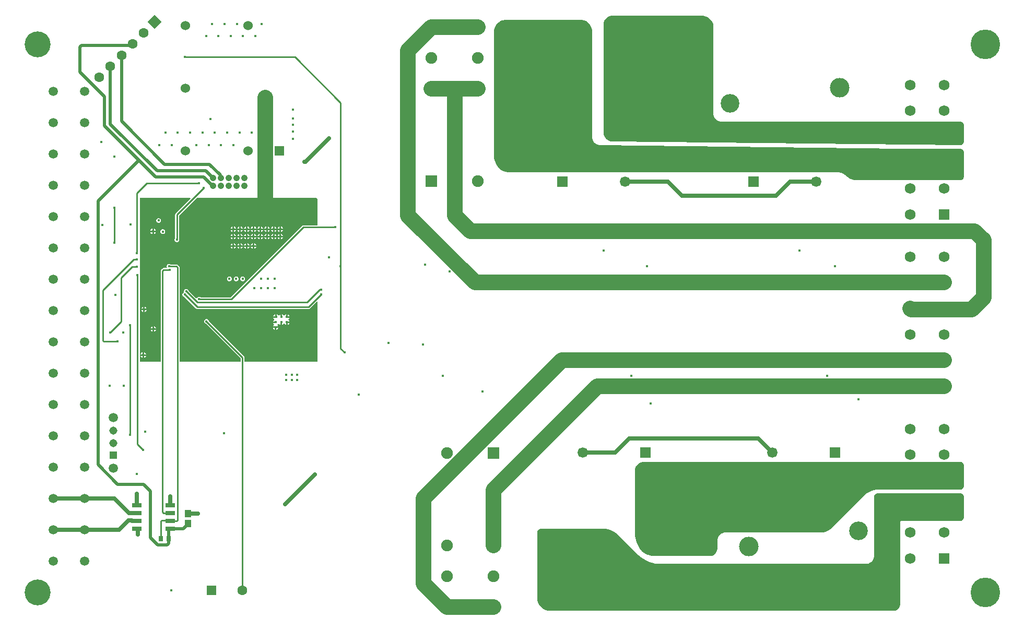
<source format=gbl>
G04*
G04 #@! TF.GenerationSoftware,Altium Limited,Altium Designer,21.6.4 (81)*
G04*
G04 Layer_Physical_Order=4*
G04 Layer_Color=16711680*
%FSLAX25Y25*%
%MOIN*%
G70*
G04*
G04 #@! TF.SameCoordinates,D5C6F8BD-756C-4CA3-9184-76241C2A0D58*
G04*
G04*
G04 #@! TF.FilePolarity,Positive*
G04*
G01*
G75*
%ADD16C,0.01000*%
%ADD20R,0.03985X0.04758*%
%ADD31R,0.02953X0.03347*%
%ADD71C,0.11929*%
%ADD72C,0.12441*%
%ADD73C,0.06653*%
%ADD74R,0.06653X0.06653*%
%ADD90C,0.02500*%
%ADD91C,0.10000*%
%ADD92C,0.02000*%
%ADD93C,0.07480*%
%ADD94R,0.07480X0.07480*%
%ADD95C,0.06000*%
%ADD96R,0.06000X0.06000*%
%ADD97C,0.05906*%
%ADD98C,0.16535*%
%ADD99R,0.06890X0.06890*%
%ADD100C,0.06890*%
%ADD101C,0.06299*%
%ADD102P,0.08908X4X270.0*%
%ADD103C,0.04134*%
%ADD104R,0.05150X0.05150*%
%ADD105C,0.05150*%
%ADD106C,0.18898*%
%ADD107R,0.06299X0.06299*%
%ADD108C,0.01575*%
G04:AMPARAMS|DCode=130|XSize=61.02mil|YSize=23.62mil|CornerRadius=2.01mil|HoleSize=0mil|Usage=FLASHONLY|Rotation=0.000|XOffset=0mil|YOffset=0mil|HoleType=Round|Shape=RoundedRectangle|*
%AMROUNDEDRECTD130*
21,1,0.06102,0.01961,0,0,0.0*
21,1,0.05701,0.02362,0,0,0.0*
1,1,0.00402,0.02850,-0.00980*
1,1,0.00402,-0.02850,-0.00980*
1,1,0.00402,-0.02850,0.00980*
1,1,0.00402,0.02850,0.00980*
%
%ADD130ROUNDEDRECTD130*%
G36*
X435000Y390000D02*
X435739Y390000D01*
X437188Y389712D01*
X438553Y389146D01*
X439781Y388326D01*
X440826Y387281D01*
X441646Y386052D01*
X442212Y384688D01*
X442500Y383239D01*
X442500Y382500D01*
X442500Y382500D01*
X442500Y382500D01*
Y327500D01*
X442524Y327010D01*
X442715Y326049D01*
X443090Y325143D01*
X443635Y324328D01*
X444328Y323635D01*
X445143Y323090D01*
X446048Y322715D01*
X447010Y322524D01*
X447500Y322500D01*
X447500Y322500D01*
X455000Y322500D01*
X572500D01*
X600000Y322500D01*
X600497Y322500D01*
X601416Y322119D01*
X602119Y321416D01*
X602500Y320497D01*
X602500Y320000D01*
X602500Y320000D01*
X602500Y320000D01*
X602500Y309974D01*
X602500Y309484D01*
X602122Y308579D01*
X601425Y307889D01*
X600516Y307521D01*
X600026Y307526D01*
X600026Y307526D01*
X600026Y307526D01*
X377630Y309842D01*
X377123Y309848D01*
X376130Y310055D01*
X375196Y310450D01*
X374356Y311019D01*
X373643Y311740D01*
X373082Y312586D01*
X372697Y313524D01*
X372500Y314519D01*
X372500Y315026D01*
Y385000D01*
Y385492D01*
X372692Y386458D01*
X373069Y387368D01*
X373616Y388187D01*
X374313Y388884D01*
X375132Y389431D01*
X376042Y389808D01*
X377007Y390000D01*
X377500Y390000D01*
X377500Y390000D01*
X435000Y390000D01*
D02*
G37*
G36*
X359688Y387212D02*
X361053Y386647D01*
X362281Y385826D01*
X363326Y384781D01*
X364146Y383553D01*
X364712Y382188D01*
X365000Y380739D01*
X365000Y380000D01*
X365000D01*
X365000Y380000D01*
Y312532D01*
X365024Y312036D01*
X365216Y311064D01*
X365592Y310147D01*
X366139Y309321D01*
X366835Y308616D01*
X367655Y308059D01*
X368567Y307671D01*
X369536Y307467D01*
X370031Y307436D01*
X562500Y305000D01*
X600000Y305000D01*
X600497Y305000D01*
X601416Y304619D01*
X602119Y303916D01*
X602500Y302997D01*
X602500Y302500D01*
X602500Y302500D01*
X602500Y302500D01*
X602500Y287500D01*
X602500Y287003D01*
X602119Y286084D01*
X601416Y285380D01*
X600497Y285000D01*
X600000Y285000D01*
X532695D01*
X531046Y285328D01*
X529492Y285971D01*
X528094Y286906D01*
X527500Y287500D01*
X526879Y288063D01*
X525488Y288992D01*
X523942Y289633D01*
X522301Y289959D01*
X521464Y290000D01*
X521464Y290000D01*
X521464Y290000D01*
X312500D01*
X311515Y290000D01*
X309583Y290384D01*
X307763Y291138D01*
X306125Y292232D01*
X304732Y293625D01*
X303638Y295263D01*
X302884Y297083D01*
X302500Y299015D01*
X302500Y300000D01*
Y380000D01*
X302500Y380739D01*
X302788Y382188D01*
X303354Y383553D01*
X304174Y384781D01*
X305219Y385826D01*
X306447Y386646D01*
X307812Y387212D01*
X309261Y387500D01*
X310000D01*
X310000Y387500D01*
X357500Y387500D01*
X358239Y387500D01*
X359688Y387212D01*
D02*
G37*
G36*
X188100Y273900D02*
X188100Y273900D01*
X188101D01*
X188559Y273850D01*
X189063Y273641D01*
X189541Y273163D01*
X189800Y272538D01*
X189800Y272200D01*
Y256224D01*
X180578D01*
X180110Y256130D01*
X179713Y255865D01*
X134071Y210224D01*
X114982D01*
X114893Y210312D01*
X114347Y210538D01*
X113755D01*
X113208Y210312D01*
X112790Y209893D01*
X112718Y209719D01*
X112128Y209602D01*
X107484Y214246D01*
Y214299D01*
X107258Y214846D01*
X106839Y215264D01*
X106293Y215491D01*
X105701D01*
X105154Y215264D01*
X104736Y214846D01*
X104509Y214299D01*
Y213707D01*
X104625Y213427D01*
X104140Y213226D01*
X103722Y212808D01*
X103495Y212261D01*
Y211669D01*
X103722Y211123D01*
X104140Y210704D01*
X104687Y210478D01*
X104792D01*
X112135Y203135D01*
X112532Y202870D01*
X113000Y202777D01*
X184000D01*
X184468Y202870D01*
X184865Y203135D01*
X189338Y207608D01*
X189800Y207416D01*
X189800Y180000D01*
X189800Y169641D01*
X189678Y169347D01*
X189453Y169122D01*
X189159Y169000D01*
X143066D01*
Y171757D01*
X142973Y172226D01*
X142708Y172623D01*
X120287Y195043D01*
Y195096D01*
X120061Y195642D01*
X119642Y196061D01*
X119096Y196287D01*
X118504D01*
X117957Y196061D01*
X117539Y195642D01*
X117313Y195096D01*
Y194504D01*
X117539Y193957D01*
X117957Y193539D01*
X118504Y193313D01*
X118557D01*
X140619Y171251D01*
Y169000D01*
X101724D01*
Y229214D01*
X101630Y229682D01*
X101365Y230079D01*
X100579Y230865D01*
X100182Y231130D01*
X99714Y231224D01*
X95880D01*
X95842Y231261D01*
X95296Y231487D01*
X94704D01*
X94157Y231261D01*
X93739Y230842D01*
X93513Y230296D01*
Y229704D01*
X93590Y229519D01*
X93293Y228950D01*
X93246Y228940D01*
X93221Y228924D01*
X91420D01*
X90952Y228830D01*
X90555Y228565D01*
X89969Y227979D01*
X89704Y227582D01*
X89611Y227114D01*
Y169000D01*
X77500D01*
X77241Y169000D01*
X76764Y169198D01*
X76398Y169564D01*
X76200Y170041D01*
X76200Y170300D01*
X76200Y261900D01*
Y273200D01*
X76200Y273339D01*
X76306Y273597D01*
X76503Y273793D01*
X76761Y273900D01*
X76900Y273900D01*
X78600Y273900D01*
X108516D01*
X108708Y273438D01*
X99135Y263865D01*
X98870Y263468D01*
X98777Y263000D01*
Y247880D01*
X98739Y247843D01*
X98513Y247296D01*
Y246704D01*
X98739Y246158D01*
X99158Y245739D01*
X99704Y245513D01*
X100296D01*
X100842Y245739D01*
X101261Y246158D01*
X101487Y246704D01*
Y247296D01*
X101261Y247843D01*
X101224Y247880D01*
Y262493D01*
X112630Y273900D01*
X188100D01*
X188100Y273900D01*
D02*
G37*
G36*
X601490Y104646D02*
X602145Y103990D01*
X602500Y103135D01*
X602500Y102671D01*
X602500Y102671D01*
X602500Y102671D01*
X602500Y90000D01*
X602500Y89503D01*
X602119Y88584D01*
X601416Y87881D01*
X600497Y87500D01*
X600000Y87500D01*
X548535Y87500D01*
X547821Y87483D01*
X546397Y87342D01*
X544995Y87063D01*
X543627Y86648D01*
X542306Y86101D01*
X541044Y85427D01*
X539855Y84633D01*
X538750Y83725D01*
X538232Y83232D01*
X538232Y83232D01*
X538232Y83232D01*
X517500Y62500D01*
X516906Y61905D01*
X515508Y60971D01*
X513954Y60328D01*
X512305Y60000D01*
X511464Y60000D01*
X450000Y60000D01*
X449510Y59976D01*
X448549Y59785D01*
X447643Y59410D01*
X446828Y58865D01*
X446135Y58172D01*
X445590Y57357D01*
X445215Y56451D01*
X445024Y55490D01*
X445000Y55000D01*
X445000Y55000D01*
X445000Y55000D01*
X445000Y50000D01*
X445000Y49507D01*
X444808Y48542D01*
X444431Y47631D01*
X443884Y46812D01*
X443188Y46116D01*
X442369Y45569D01*
X441459Y45192D01*
X440492Y45000D01*
X440000Y45000D01*
X404571D01*
X404029Y45000D01*
X402950Y45106D01*
X401886Y45318D01*
X400849Y45632D01*
X399847Y46047D01*
X398891Y46559D01*
X397989Y47161D01*
X397151Y47849D01*
X396768Y48232D01*
Y48232D01*
X396262Y48738D01*
X395353Y49845D01*
X394558Y51035D01*
X393883Y52298D01*
X393335Y53621D01*
X392920Y54991D01*
X392640Y56395D01*
X392500Y57819D01*
X392500Y58535D01*
X392500Y100000D01*
Y100492D01*
X392692Y101458D01*
X393069Y102368D01*
X393616Y103187D01*
X394313Y103884D01*
X395132Y104431D01*
X396041Y104808D01*
X397007Y105000D01*
X397500D01*
X397500Y105000D01*
X600171Y105000D01*
X600635Y105000D01*
X601490Y104646D01*
D02*
G37*
G36*
X601416Y84619D02*
X602119Y83916D01*
X602500Y82997D01*
X602500Y82500D01*
X602500Y82500D01*
X602500Y82500D01*
X602500Y70000D01*
Y69503D01*
X602119Y68584D01*
X601416Y67881D01*
X600497Y67500D01*
X600000D01*
Y67500D01*
X562500Y67500D01*
X562315Y67482D01*
X561973Y67340D01*
X561711Y67079D01*
X561570Y66737D01*
X561552Y66552D01*
Y14052D01*
Y13653D01*
X561396Y12870D01*
X561091Y12133D01*
X560647Y11469D01*
X560083Y10904D01*
X559419Y10461D01*
X558682Y10156D01*
X557899Y10000D01*
X557500D01*
X337500Y10000D01*
X336795Y10101D01*
X335434Y10526D01*
X334160Y11163D01*
X333004Y11996D01*
X331996Y13004D01*
X331163Y14160D01*
X330526Y15434D01*
X330101Y16795D01*
X330000Y17500D01*
Y60000D01*
Y60497D01*
X330381Y61416D01*
X331084Y62119D01*
X332003Y62500D01*
X332500D01*
X332500Y62500D01*
X371464Y62500D01*
X372180Y62500D01*
X373605Y62360D01*
X375009Y62080D01*
X376379Y61665D01*
X377702Y61117D01*
X378964Y60442D01*
X380155Y59647D01*
X381262Y58738D01*
X381768Y58232D01*
X381768Y58232D01*
X381768Y58232D01*
X393964Y46036D01*
X394697Y45338D01*
X396260Y44055D01*
X397942Y42932D01*
X399725Y41978D01*
X401593Y41205D01*
X403528Y40618D01*
X405512Y40223D01*
X407524Y40025D01*
X408535Y40000D01*
X540000D01*
X540490Y40024D01*
X541451Y40215D01*
X542357Y40590D01*
X543172Y41135D01*
X543865Y41828D01*
X544410Y42643D01*
X544785Y43549D01*
X544976Y44510D01*
X545000Y45000D01*
Y82500D01*
Y82997D01*
X545381Y83916D01*
X546084Y84619D01*
X547003Y85000D01*
X547500D01*
X547500Y85000D01*
X600000Y85000D01*
X600497Y85000D01*
X601416Y84619D01*
D02*
G37*
%LPC*%
G36*
X88596Y260787D02*
X88004D01*
X87458Y260561D01*
X87039Y260142D01*
X86813Y259596D01*
Y259004D01*
X87039Y258457D01*
X87458Y258039D01*
X88004Y257813D01*
X88596D01*
X89143Y258039D01*
X89561Y258457D01*
X89787Y259004D01*
Y259596D01*
X89561Y260142D01*
X89143Y260561D01*
X88596Y260787D01*
D02*
G37*
G36*
X166500Y255455D02*
Y254228D01*
X167727D01*
X167515Y254740D01*
X167012Y255243D01*
X166500Y255455D01*
D02*
G37*
G36*
X165500D02*
X164988Y255243D01*
X164485Y254740D01*
X164272Y254228D01*
X165500D01*
Y255455D01*
D02*
G37*
G36*
X162214D02*
Y254228D01*
X163442D01*
X163230Y254740D01*
X162727Y255243D01*
X162214Y255455D01*
D02*
G37*
G36*
X161214D02*
X160702Y255243D01*
X160199Y254740D01*
X159987Y254228D01*
X161214D01*
Y255455D01*
D02*
G37*
G36*
X157929D02*
Y254228D01*
X159156D01*
X158944Y254740D01*
X158441Y255243D01*
X157929Y255455D01*
D02*
G37*
G36*
X156929D02*
X156416Y255243D01*
X155913Y254740D01*
X155701Y254228D01*
X156929D01*
Y255455D01*
D02*
G37*
G36*
X153643D02*
Y254228D01*
X154870D01*
X154658Y254740D01*
X154155Y255243D01*
X153643Y255455D01*
D02*
G37*
G36*
X152643D02*
X152130Y255243D01*
X151628Y254740D01*
X151415Y254228D01*
X152643D01*
Y255455D01*
D02*
G37*
G36*
X149357D02*
Y254228D01*
X150585D01*
X150372Y254740D01*
X149870Y255243D01*
X149357Y255455D01*
D02*
G37*
G36*
X148357D02*
X147845Y255243D01*
X147342Y254740D01*
X147130Y254228D01*
X148357D01*
Y255455D01*
D02*
G37*
G36*
X145071D02*
Y254228D01*
X146299D01*
X146087Y254740D01*
X145584Y255243D01*
X145071Y255455D01*
D02*
G37*
G36*
X144071D02*
X143559Y255243D01*
X143056Y254740D01*
X142844Y254228D01*
X144071D01*
Y255455D01*
D02*
G37*
G36*
X140786D02*
Y254228D01*
X142013D01*
X141801Y254740D01*
X141298Y255243D01*
X140786Y255455D01*
D02*
G37*
G36*
X139786D02*
X139273Y255243D01*
X138770Y254740D01*
X138558Y254228D01*
X139786D01*
Y255455D01*
D02*
G37*
G36*
X136500D02*
Y254228D01*
X137728D01*
X137515Y254740D01*
X137013Y255243D01*
X136500Y255455D01*
D02*
G37*
G36*
X135500D02*
X134987Y255243D01*
X134485Y254740D01*
X134272Y254228D01*
X135500D01*
Y255455D01*
D02*
G37*
G36*
X85200Y254128D02*
Y252900D01*
X86428D01*
X86215Y253413D01*
X85712Y253915D01*
X85200Y254128D01*
D02*
G37*
G36*
X84200D02*
X83688Y253915D01*
X83185Y253413D01*
X82972Y252900D01*
X84200D01*
Y254128D01*
D02*
G37*
G36*
X167727Y253228D02*
X166500D01*
Y252000D01*
X167012Y252212D01*
X167515Y252715D01*
X167727Y253228D01*
D02*
G37*
G36*
X165500D02*
X164272D01*
X164485Y252715D01*
X164988Y252212D01*
X165500Y252000D01*
Y253228D01*
D02*
G37*
G36*
X163442D02*
X162214D01*
Y252000D01*
X162727Y252212D01*
X163230Y252715D01*
X163442Y253228D01*
D02*
G37*
G36*
X161214D02*
X159987D01*
X160199Y252715D01*
X160702Y252212D01*
X161214Y252000D01*
Y253228D01*
D02*
G37*
G36*
X159156D02*
X157929D01*
Y252000D01*
X158441Y252212D01*
X158944Y252715D01*
X159156Y253228D01*
D02*
G37*
G36*
X156929D02*
X155701D01*
X155913Y252715D01*
X156416Y252212D01*
X156929Y252000D01*
Y253228D01*
D02*
G37*
G36*
X154870D02*
X153643D01*
Y252000D01*
X154155Y252212D01*
X154658Y252715D01*
X154870Y253228D01*
D02*
G37*
G36*
X152643D02*
X151415D01*
X151628Y252715D01*
X152130Y252212D01*
X152643Y252000D01*
Y253228D01*
D02*
G37*
G36*
X150585D02*
X149357D01*
Y252000D01*
X149870Y252212D01*
X150372Y252715D01*
X150585Y253228D01*
D02*
G37*
G36*
X148357D02*
X147130D01*
X147342Y252715D01*
X147845Y252212D01*
X148357Y252000D01*
Y253228D01*
D02*
G37*
G36*
X146299D02*
X145071D01*
Y252000D01*
X145584Y252212D01*
X146087Y252715D01*
X146299Y253228D01*
D02*
G37*
G36*
X144071D02*
X142844D01*
X143056Y252715D01*
X143559Y252212D01*
X144071Y252000D01*
Y253228D01*
D02*
G37*
G36*
X142013D02*
X140786D01*
Y252000D01*
X141298Y252212D01*
X141801Y252715D01*
X142013Y253228D01*
D02*
G37*
G36*
X139786D02*
X138558D01*
X138770Y252715D01*
X139273Y252212D01*
X139786Y252000D01*
Y253228D01*
D02*
G37*
G36*
X137728D02*
X136500D01*
Y252000D01*
X137013Y252212D01*
X137515Y252715D01*
X137728Y253228D01*
D02*
G37*
G36*
X135500D02*
X134272D01*
X134485Y252715D01*
X134987Y252212D01*
X135500Y252000D01*
Y253228D01*
D02*
G37*
G36*
X86428Y251900D02*
X85200D01*
Y250672D01*
X85712Y250885D01*
X86215Y251388D01*
X86428Y251900D01*
D02*
G37*
G36*
X84200D02*
X82972D01*
X83185Y251388D01*
X83688Y250885D01*
X84200Y250672D01*
Y251900D01*
D02*
G37*
G36*
X91296Y253587D02*
X90704D01*
X90158Y253361D01*
X89739Y252942D01*
X89513Y252396D01*
Y251804D01*
X89739Y251257D01*
X90158Y250839D01*
X90704Y250613D01*
X91296D01*
X91843Y250839D01*
X92261Y251257D01*
X92487Y251804D01*
Y252396D01*
X92261Y252942D01*
X91843Y253361D01*
X91296Y253587D01*
D02*
G37*
G36*
X166500Y250728D02*
Y249500D01*
X167727D01*
X167515Y250012D01*
X167012Y250515D01*
X166500Y250728D01*
D02*
G37*
G36*
X165500D02*
X164988Y250515D01*
X164485Y250012D01*
X164272Y249500D01*
X165500D01*
Y250728D01*
D02*
G37*
G36*
X162214D02*
Y249500D01*
X163442D01*
X163230Y250012D01*
X162727Y250515D01*
X162214Y250728D01*
D02*
G37*
G36*
X161214D02*
X160702Y250515D01*
X160199Y250012D01*
X159987Y249500D01*
X161214D01*
Y250728D01*
D02*
G37*
G36*
X157929D02*
Y249500D01*
X159156D01*
X158944Y250012D01*
X158441Y250515D01*
X157929Y250728D01*
D02*
G37*
G36*
X156929D02*
X156416Y250515D01*
X155913Y250012D01*
X155701Y249500D01*
X156929D01*
Y250728D01*
D02*
G37*
G36*
X153643D02*
Y249500D01*
X154870D01*
X154658Y250012D01*
X154155Y250515D01*
X153643Y250728D01*
D02*
G37*
G36*
X152643D02*
X152130Y250515D01*
X151628Y250012D01*
X151415Y249500D01*
X152643D01*
Y250728D01*
D02*
G37*
G36*
X149357D02*
Y249500D01*
X150585D01*
X150372Y250012D01*
X149870Y250515D01*
X149357Y250728D01*
D02*
G37*
G36*
X148357D02*
X147845Y250515D01*
X147342Y250012D01*
X147130Y249500D01*
X148357D01*
Y250728D01*
D02*
G37*
G36*
X145071D02*
Y249500D01*
X146299D01*
X146087Y250012D01*
X145584Y250515D01*
X145071Y250728D01*
D02*
G37*
G36*
X144071D02*
X143559Y250515D01*
X143056Y250012D01*
X142844Y249500D01*
X144071D01*
Y250728D01*
D02*
G37*
G36*
X140786D02*
Y249500D01*
X142013D01*
X141801Y250012D01*
X141298Y250515D01*
X140786Y250728D01*
D02*
G37*
G36*
X139786D02*
X139273Y250515D01*
X138770Y250012D01*
X138558Y249500D01*
X139786D01*
Y250728D01*
D02*
G37*
G36*
X136500D02*
Y249500D01*
X137728D01*
X137515Y250012D01*
X137013Y250515D01*
X136500Y250728D01*
D02*
G37*
G36*
X135500D02*
X134987Y250515D01*
X134485Y250012D01*
X134272Y249500D01*
X135500D01*
Y250728D01*
D02*
G37*
G36*
X167727Y248500D02*
X166500D01*
Y247272D01*
X167012Y247485D01*
X167515Y247988D01*
X167727Y248500D01*
D02*
G37*
G36*
X165500D02*
X164272D01*
X164485Y247988D01*
X164988Y247485D01*
X165500Y247272D01*
Y248500D01*
D02*
G37*
G36*
X163442D02*
X162214D01*
Y247272D01*
X162727Y247485D01*
X163230Y247988D01*
X163442Y248500D01*
D02*
G37*
G36*
X161214D02*
X159987D01*
X160199Y247988D01*
X160702Y247485D01*
X161214Y247272D01*
Y248500D01*
D02*
G37*
G36*
X159156D02*
X157929D01*
Y247272D01*
X158441Y247485D01*
X158944Y247988D01*
X159156Y248500D01*
D02*
G37*
G36*
X156929D02*
X155701D01*
X155913Y247988D01*
X156416Y247485D01*
X156929Y247272D01*
Y248500D01*
D02*
G37*
G36*
X154870D02*
X153643D01*
Y247272D01*
X154155Y247485D01*
X154658Y247988D01*
X154870Y248500D01*
D02*
G37*
G36*
X152643D02*
X151415D01*
X151628Y247988D01*
X152130Y247485D01*
X152643Y247272D01*
Y248500D01*
D02*
G37*
G36*
X150585D02*
X149357D01*
Y247272D01*
X149870Y247485D01*
X150372Y247988D01*
X150585Y248500D01*
D02*
G37*
G36*
X148357D02*
X147130D01*
X147342Y247988D01*
X147845Y247485D01*
X148357Y247272D01*
Y248500D01*
D02*
G37*
G36*
X146299D02*
X145071D01*
Y247272D01*
X145584Y247485D01*
X146087Y247988D01*
X146299Y248500D01*
D02*
G37*
G36*
X144071D02*
X142844D01*
X143056Y247988D01*
X143559Y247485D01*
X144071Y247272D01*
Y248500D01*
D02*
G37*
G36*
X142013D02*
X140786D01*
Y247272D01*
X141298Y247485D01*
X141801Y247988D01*
X142013Y248500D01*
D02*
G37*
G36*
X139786D02*
X138558D01*
X138770Y247988D01*
X139273Y247485D01*
X139786Y247272D01*
Y248500D01*
D02*
G37*
G36*
X137728D02*
X136500D01*
Y247272D01*
X137013Y247485D01*
X137515Y247988D01*
X137728Y248500D01*
D02*
G37*
G36*
X135500D02*
X134272D01*
X134485Y247988D01*
X134987Y247485D01*
X135500Y247272D01*
Y248500D01*
D02*
G37*
G36*
X149357Y244728D02*
Y243500D01*
X150585D01*
X150372Y244012D01*
X149870Y244515D01*
X149357Y244728D01*
D02*
G37*
G36*
X148357D02*
X147845Y244515D01*
X147342Y244012D01*
X147130Y243500D01*
X148357D01*
Y244728D01*
D02*
G37*
G36*
X145071D02*
Y243500D01*
X146299D01*
X146087Y244012D01*
X145584Y244515D01*
X145071Y244728D01*
D02*
G37*
G36*
X144071D02*
X143559Y244515D01*
X143056Y244012D01*
X142844Y243500D01*
X144071D01*
Y244728D01*
D02*
G37*
G36*
X140786D02*
Y243500D01*
X142013D01*
X141801Y244012D01*
X141298Y244515D01*
X140786Y244728D01*
D02*
G37*
G36*
X139786D02*
X139273Y244515D01*
X138770Y244012D01*
X138558Y243500D01*
X139786D01*
Y244728D01*
D02*
G37*
G36*
X136500D02*
Y243500D01*
X137728D01*
X137515Y244012D01*
X137013Y244515D01*
X136500Y244728D01*
D02*
G37*
G36*
X135500D02*
X134987Y244515D01*
X134485Y244012D01*
X134272Y243500D01*
X135500D01*
Y244728D01*
D02*
G37*
G36*
X150585Y242500D02*
X149357D01*
Y241272D01*
X149870Y241485D01*
X150372Y241987D01*
X150585Y242500D01*
D02*
G37*
G36*
X148357D02*
X147130D01*
X147342Y241987D01*
X147845Y241485D01*
X148357Y241272D01*
Y242500D01*
D02*
G37*
G36*
X146299D02*
X145071D01*
Y241272D01*
X145584Y241485D01*
X146087Y241987D01*
X146299Y242500D01*
D02*
G37*
G36*
X144071D02*
X142844D01*
X143056Y241987D01*
X143559Y241485D01*
X144071Y241272D01*
Y242500D01*
D02*
G37*
G36*
X142013D02*
X140786D01*
Y241272D01*
X141298Y241485D01*
X141801Y241987D01*
X142013Y242500D01*
D02*
G37*
G36*
X139786D02*
X138558D01*
X138770Y241987D01*
X139273Y241485D01*
X139786Y241272D01*
Y242500D01*
D02*
G37*
G36*
X137728D02*
X136500D01*
Y241272D01*
X137013Y241485D01*
X137515Y241987D01*
X137728Y242500D01*
D02*
G37*
G36*
X135500D02*
X134272D01*
X134485Y241987D01*
X134987Y241485D01*
X135500Y241272D01*
Y242500D01*
D02*
G37*
G36*
X142296Y223487D02*
X141704D01*
X141157Y223261D01*
X140739Y222843D01*
X140513Y222296D01*
Y221704D01*
X140739Y221158D01*
X141157Y220739D01*
X141704Y220513D01*
X142296D01*
X142842Y220739D01*
X143261Y221158D01*
X143487Y221704D01*
Y222296D01*
X143261Y222843D01*
X142842Y223261D01*
X142296Y223487D01*
D02*
G37*
G36*
X138010D02*
X137418D01*
X136872Y223261D01*
X136453Y222843D01*
X136227Y222296D01*
Y221704D01*
X136453Y221158D01*
X136872Y220739D01*
X137418Y220513D01*
X138010D01*
X138557Y220739D01*
X138975Y221158D01*
X139202Y221704D01*
Y222296D01*
X138975Y222843D01*
X138557Y223261D01*
X138010Y223487D01*
D02*
G37*
G36*
X133724D02*
X133133D01*
X132586Y223261D01*
X132168Y222843D01*
X131941Y222296D01*
Y221704D01*
X132168Y221158D01*
X132586Y220739D01*
X133133Y220513D01*
X133724D01*
X134271Y220739D01*
X134689Y221158D01*
X134916Y221704D01*
Y222296D01*
X134689Y222843D01*
X134271Y223261D01*
X133724Y223487D01*
D02*
G37*
G36*
X79500Y204223D02*
Y202996D01*
X80728D01*
X80515Y203508D01*
X80013Y204011D01*
X79500Y204223D01*
D02*
G37*
G36*
X78500D02*
X77987Y204011D01*
X77485Y203508D01*
X77272Y202996D01*
X78500D01*
Y204223D01*
D02*
G37*
G36*
X80728Y201996D02*
X79500D01*
Y200768D01*
X80013Y200980D01*
X80515Y201483D01*
X80728Y201996D01*
D02*
G37*
G36*
X78500D02*
X77272D01*
X77485Y201483D01*
X77987Y200980D01*
X78500Y200768D01*
Y201996D01*
D02*
G37*
G36*
X169600Y199328D02*
X169088Y199115D01*
X168671Y198699D01*
X168375Y198648D01*
X168079Y198699D01*
X167663Y199115D01*
X167150Y199328D01*
Y197600D01*
X166150D01*
Y199328D01*
X165638Y199115D01*
X165221Y198699D01*
X164925Y198648D01*
X164629Y198699D01*
X164213Y199115D01*
X163700Y199328D01*
Y197600D01*
X163200D01*
Y197100D01*
X161472D01*
X161685Y196588D01*
X161896Y196377D01*
X162075Y195945D01*
X161896Y195723D01*
X161585Y195413D01*
X161372Y194900D01*
X163100D01*
Y193900D01*
X161372D01*
X161585Y193387D01*
X161796Y193177D01*
X161975Y192745D01*
X161796Y192523D01*
X161485Y192212D01*
X161272Y191700D01*
X164728D01*
X164515Y192212D01*
X164304Y192423D01*
X164125Y192855D01*
X164304Y193077D01*
X164615Y193387D01*
X164625Y193411D01*
X165125D01*
X165135Y193387D01*
X165638Y192885D01*
X166150Y192672D01*
Y194400D01*
X167150D01*
Y192672D01*
X167663Y192885D01*
X168079Y193301D01*
X168375Y193352D01*
X168671Y193301D01*
X169088Y192885D01*
X169600Y192672D01*
Y194400D01*
X170100D01*
Y194900D01*
X171828D01*
X171615Y195413D01*
X171354Y195673D01*
X171162Y196000D01*
X171354Y196327D01*
X171615Y196588D01*
X171828Y197100D01*
X170100D01*
Y197600D01*
X169600D01*
Y199328D01*
D02*
G37*
G36*
X170600D02*
Y198100D01*
X171828D01*
X171615Y198612D01*
X171113Y199115D01*
X170600Y199328D01*
D02*
G37*
G36*
X162700D02*
X162188Y199115D01*
X161685Y198612D01*
X161472Y198100D01*
X162700D01*
Y199328D01*
D02*
G37*
G36*
X171828Y193900D02*
X170600D01*
Y192672D01*
X171113Y192885D01*
X171615Y193387D01*
X171828Y193900D01*
D02*
G37*
G36*
X85500Y191728D02*
Y190500D01*
X86728D01*
X86515Y191013D01*
X86013Y191515D01*
X85500Y191728D01*
D02*
G37*
G36*
X84500D02*
X83987Y191515D01*
X83485Y191013D01*
X83272Y190500D01*
X84500D01*
Y191728D01*
D02*
G37*
G36*
X164728Y190700D02*
X163500D01*
Y189472D01*
X164013Y189685D01*
X164515Y190188D01*
X164728Y190700D01*
D02*
G37*
G36*
X162500D02*
X161272D01*
X161485Y190188D01*
X161987Y189685D01*
X162500Y189472D01*
Y190700D01*
D02*
G37*
G36*
X86728Y189500D02*
X85500D01*
Y188272D01*
X86013Y188485D01*
X86515Y188988D01*
X86728Y189500D01*
D02*
G37*
G36*
X84500D02*
X83272D01*
X83485Y188988D01*
X83987Y188485D01*
X84500Y188272D01*
Y189500D01*
D02*
G37*
G36*
X79000Y175128D02*
Y173900D01*
X80228D01*
X80015Y174413D01*
X79513Y174915D01*
X79000Y175128D01*
D02*
G37*
G36*
X78000D02*
X77487Y174915D01*
X76985Y174413D01*
X76772Y173900D01*
X78000D01*
Y175128D01*
D02*
G37*
G36*
X80228Y172900D02*
X79000D01*
Y171672D01*
X79513Y171885D01*
X80015Y172388D01*
X80228Y172900D01*
D02*
G37*
G36*
X78000D02*
X76772D01*
X76985Y172388D01*
X77487Y171885D01*
X78000Y171672D01*
Y172900D01*
D02*
G37*
%LPD*%
D16*
X114102Y209000D02*
X134578D01*
X180578Y255000D01*
X201000D01*
X204500Y230200D02*
Y334500D01*
Y177500D02*
Y230200D01*
X71421Y229900D02*
X74500D01*
X64300Y222779D02*
X71421Y229900D01*
X60000Y245000D02*
Y267500D01*
X52600Y214600D02*
X72315Y234315D01*
X74390D02*
X74500Y234425D01*
X72315Y234315D02*
X74390D01*
X70000Y122500D02*
Y192500D01*
X100000Y247000D02*
Y263000D01*
X91420Y227700D02*
X93714D01*
X95390Y227810D02*
X95500Y227700D01*
X95000Y230000D02*
X99714D01*
X93714Y227810D02*
X95390D01*
X74400Y238400D02*
Y276700D01*
X52600Y182586D02*
Y214600D01*
X99714Y230000D02*
X100500Y229214D01*
X104983Y211965D02*
X105035D01*
X105997Y214003D02*
X112987Y207013D01*
X105035Y211965D02*
X113000Y204000D01*
X112987Y207013D02*
X183013D01*
X113000Y204000D02*
X184000D01*
X114051Y209051D02*
X114102Y209000D01*
X191000Y215000D02*
X192000D01*
X183013Y207013D02*
X191000Y215000D01*
X184000Y204000D02*
X192000Y212000D01*
X204500Y177500D02*
X207000Y175000D01*
X100500Y68086D02*
Y229214D01*
X99914Y67500D02*
X100500Y68086D01*
X80700Y283000D02*
X114000D01*
X74400Y276700D02*
X80700Y283000D01*
X100000Y263000D02*
X117000Y280000D01*
X175200Y363800D02*
X204500Y334500D01*
X141842Y23000D02*
Y171757D01*
X118800Y194800D02*
X141842Y171757D01*
X95430Y67700D02*
X95630Y67500D01*
X89600Y56200D02*
Y67114D01*
X90186Y67700D02*
X95430D01*
X89600Y67114D02*
X90186Y67700D01*
X90834Y73086D02*
X91420Y72500D01*
X95630D01*
X90834Y73086D02*
Y227114D01*
X91420Y227700D01*
X95630Y67500D02*
X99914D01*
X74600Y116400D02*
Y224400D01*
Y116400D02*
X78300Y112700D01*
X64300Y194700D02*
Y222779D01*
X53186Y182000D02*
X61900D01*
X57200Y187600D02*
X64300Y194700D01*
X52600Y182586D02*
X53186Y182000D01*
X104900Y363800D02*
X175200D01*
D20*
X107000Y72157D02*
D03*
Y65843D02*
D03*
D31*
X94718Y56200D02*
D03*
X89600D02*
D03*
D71*
X535032Y61000D02*
D03*
X414035Y61020D02*
D03*
X453024Y333980D02*
D03*
X330996D02*
D03*
D72*
X465031Y51000D02*
D03*
X344035Y51020D02*
D03*
X523024Y343980D02*
D03*
X400996D02*
D03*
D73*
X480031Y111000D02*
D03*
X359035Y111020D02*
D03*
X508024Y283980D02*
D03*
X385996D02*
D03*
D74*
X520031Y111000D02*
D03*
X399035Y111020D02*
D03*
X468024Y283980D02*
D03*
X345996D02*
D03*
D90*
X388570Y120000D02*
X471032D01*
X480031Y111000D01*
X379590Y111020D02*
X388570Y120000D01*
X359035Y111020D02*
X379590D01*
X482500Y275000D02*
X491480Y283980D01*
X508024D01*
X422500Y275000D02*
X482500D01*
X385996Y283980D02*
X413520D01*
X422500Y275000D01*
X169000Y78000D02*
X188000Y97000D01*
X95630Y77500D02*
Y83170D01*
X95600Y83200D02*
X95630Y83170D01*
X113457Y72157D02*
X113500Y72200D01*
X107000Y72157D02*
X113457D01*
X74370Y84470D02*
X74500Y84600D01*
X74370Y77500D02*
Y84470D01*
Y62500D02*
X75031D01*
X75100Y62431D01*
Y58700D02*
Y62431D01*
X40866Y61654D02*
X63153D01*
X20866D02*
X40866D01*
X63153D02*
X69100Y67600D01*
X71202Y67569D02*
X74301D01*
X71171Y67600D02*
X71202Y67569D01*
X69100Y67600D02*
X71171D01*
X74301Y67569D02*
X74370Y67500D01*
X74301Y72431D02*
X74370Y72500D01*
X71302Y72431D02*
X74301D01*
X71271Y72400D02*
X71302Y72431D01*
X69200Y72400D02*
X71271D01*
X59947Y81653D02*
X69200Y72400D01*
X40866Y81653D02*
X59947D01*
X20866D02*
X40866D01*
X181418Y296618D02*
X181918D01*
X197100Y311800D01*
D91*
X302031Y51689D02*
Y87032D01*
X368465Y153465D01*
X277500Y262500D02*
X287500Y252500D01*
X615000Y210000D02*
Y246642D01*
X287500Y252500D02*
X609142D01*
X615000Y246642D01*
X277500Y262500D02*
Y342500D01*
X276689Y343311D02*
X292032D01*
X262504D02*
X276689D01*
X277500Y342500D01*
X568571Y202500D02*
X589653D01*
X607500D01*
X568000Y203071D02*
X568571Y202500D01*
X607500D02*
X615000Y210000D01*
X247500Y262500D02*
X290394Y219606D01*
X568000D01*
X247500Y262500D02*
Y367677D01*
X262504Y382681D01*
X568000Y219606D02*
X589653D01*
X262504Y382681D02*
X292032D01*
X257500Y27323D02*
X272504Y12319D01*
X257500Y81754D02*
X345746Y170000D01*
X257500Y27323D02*
Y81754D01*
X568000Y170000D02*
X589653D01*
X345746D02*
X568000D01*
X272504Y12319D02*
X302031D01*
X568000Y153465D02*
X589653D01*
X368465D02*
X568000D01*
X156300Y270052D02*
Y337800D01*
D92*
X49700Y103300D02*
Y271600D01*
X75750Y297650D01*
X49700Y103300D02*
X62100Y90900D01*
X39172Y371200D02*
X70900D01*
X71636Y371936D01*
X38000Y370028D02*
X39172Y371200D01*
X75750Y297650D02*
X86300Y287100D01*
X57493Y320707D02*
X87200Y291000D01*
X118500D01*
X57493Y320707D02*
Y357793D01*
X86300Y287100D02*
X117073D01*
X122673Y281500D01*
X123000D01*
X92000Y295200D02*
X120800D01*
X127592Y286908D02*
X128000Y286500D01*
X120800Y295200D02*
X127592Y288408D01*
Y286908D02*
Y288408D01*
X38000Y354000D02*
Y370028D01*
Y354000D02*
X53600Y338400D01*
Y319800D02*
Y338400D01*
X62100Y90900D02*
X78600D01*
X83000Y56700D02*
Y86500D01*
Y56700D02*
X87700Y52000D01*
X78600Y90900D02*
X83000Y86500D01*
X87700Y52000D02*
X93546D01*
X94718Y53172D02*
Y56200D01*
X93546Y52000D02*
X94718Y53172D01*
Y56200D02*
Y62319D01*
X94899Y62500D01*
X95630D01*
X107000Y65457D02*
Y65843D01*
X104043Y62500D02*
X107000Y65457D01*
X95630Y62500D02*
X104043D01*
X53600Y319800D02*
X75750Y297650D01*
X118500Y291000D02*
X123000Y286500D01*
X64565Y322636D02*
X92000Y295200D01*
X64565Y322636D02*
Y364864D01*
D93*
X292032Y284256D02*
D03*
Y343311D02*
D03*
Y362996D02*
D03*
Y382681D02*
D03*
X262504D02*
D03*
Y362996D02*
D03*
Y343311D02*
D03*
X272504Y110744D02*
D03*
Y51689D02*
D03*
Y32004D02*
D03*
Y12319D02*
D03*
X302031D02*
D03*
Y32004D02*
D03*
Y51689D02*
D03*
D94*
X262504Y284256D02*
D03*
X302031Y110744D02*
D03*
D95*
X105200Y303600D02*
D03*
Y343600D02*
D03*
Y383600D02*
D03*
X145200Y303600D02*
D03*
Y383600D02*
D03*
D96*
X165200Y303600D02*
D03*
D97*
X20866Y41653D02*
D03*
Y61654D02*
D03*
Y81653D02*
D03*
Y101654D02*
D03*
Y121653D02*
D03*
Y141654D02*
D03*
Y161653D02*
D03*
Y181653D02*
D03*
Y201654D02*
D03*
Y221654D02*
D03*
Y241653D02*
D03*
Y261653D02*
D03*
Y281653D02*
D03*
Y301654D02*
D03*
Y321654D02*
D03*
Y341653D02*
D03*
X40866Y41653D02*
D03*
Y61654D02*
D03*
Y81653D02*
D03*
Y101654D02*
D03*
Y121653D02*
D03*
Y141654D02*
D03*
Y161653D02*
D03*
Y181653D02*
D03*
Y201654D02*
D03*
Y221654D02*
D03*
Y241653D02*
D03*
Y261653D02*
D03*
Y281653D02*
D03*
Y301654D02*
D03*
Y321654D02*
D03*
Y341653D02*
D03*
X59400Y101058D02*
D03*
Y133342D02*
D03*
D98*
X10866Y371654D02*
D03*
Y21654D02*
D03*
D99*
X589653Y43465D02*
D03*
Y263142D02*
D03*
Y153465D02*
D03*
D100*
X568000Y43465D02*
D03*
X589653Y60000D02*
D03*
X568000D02*
D03*
X589653Y76535D02*
D03*
X568000D02*
D03*
X589653Y93071D02*
D03*
X568000D02*
D03*
X589653Y109606D02*
D03*
X568000D02*
D03*
X589653Y126142D02*
D03*
X568000D02*
D03*
Y263142D02*
D03*
X589653Y279677D02*
D03*
X568000D02*
D03*
X589653Y296213D02*
D03*
X568000D02*
D03*
X589653Y312748D02*
D03*
X568000D02*
D03*
X589653Y329283D02*
D03*
X568000D02*
D03*
X589653Y345819D02*
D03*
X568000D02*
D03*
Y236142D02*
D03*
X589653D02*
D03*
X568000Y219606D02*
D03*
X589653D02*
D03*
X568000Y203071D02*
D03*
X589653D02*
D03*
X568000Y186535D02*
D03*
X589653D02*
D03*
X568000Y170000D02*
D03*
X589653D02*
D03*
X568000Y153465D02*
D03*
D101*
X50422Y350722D02*
D03*
X57493Y357793D02*
D03*
X71636Y371936D02*
D03*
X78707Y379007D02*
D03*
X64565Y364864D02*
D03*
X141842Y23000D02*
D03*
D102*
X85778Y386078D02*
D03*
D103*
X123000Y281500D02*
D03*
Y286500D02*
D03*
X128000Y281500D02*
D03*
X133000D02*
D03*
X128000Y286500D02*
D03*
X133000D02*
D03*
X138000Y281500D02*
D03*
X143000D02*
D03*
X138000Y286500D02*
D03*
X143000D02*
D03*
D104*
X59400Y109326D02*
D03*
D105*
Y117200D02*
D03*
Y125074D02*
D03*
D106*
X615866Y371850D02*
D03*
Y21850D02*
D03*
D107*
X122158Y23000D02*
D03*
D108*
X148857Y253728D02*
D03*
Y249000D02*
D03*
X60600Y211700D02*
D03*
X70300Y256600D02*
D03*
X174000Y330000D02*
D03*
Y324500D02*
D03*
Y320500D02*
D03*
Y316000D02*
D03*
Y311500D02*
D03*
X258400Y231200D02*
D03*
X497500Y240000D02*
D03*
X74500Y229900D02*
D03*
X60000Y245000D02*
D03*
X79000Y202496D02*
D03*
X70000Y192500D02*
D03*
X65600Y187700D02*
D03*
X70000Y122500D02*
D03*
X85000Y190000D02*
D03*
X60000Y300000D02*
D03*
X51800Y309400D02*
D03*
X100000Y247000D02*
D03*
X84700Y252400D02*
D03*
X88300Y259300D02*
D03*
X95000Y230000D02*
D03*
X74500Y234425D02*
D03*
X74400Y238400D02*
D03*
X60000Y267500D02*
D03*
X75750Y297650D02*
D03*
X128070Y307500D02*
D03*
X120196D02*
D03*
X520000Y230000D02*
D03*
X372500Y240000D02*
D03*
X400000Y230000D02*
D03*
X274163Y226663D02*
D03*
X390000Y160000D02*
D03*
X402500Y142500D02*
D03*
X535000Y145000D02*
D03*
X269800Y160000D02*
D03*
X295000Y150000D02*
D03*
X515000Y160000D02*
D03*
X257122Y180122D02*
D03*
X234878Y181122D02*
D03*
X105997Y214003D02*
D03*
X104983Y211965D02*
D03*
X114051Y209051D02*
D03*
X192000Y215000D02*
D03*
Y212000D02*
D03*
X137714Y222000D02*
D03*
X162286D02*
D03*
X153714D02*
D03*
X158000D02*
D03*
X142000D02*
D03*
X133429D02*
D03*
X162286Y216000D02*
D03*
X158000D02*
D03*
X149429D02*
D03*
X153714D02*
D03*
X157429Y253728D02*
D03*
X153143D02*
D03*
X166000D02*
D03*
X161714D02*
D03*
X136000D02*
D03*
X140286D02*
D03*
X144571D02*
D03*
X140286Y249000D02*
D03*
X144571D02*
D03*
X136000D02*
D03*
X157429D02*
D03*
X153143D02*
D03*
X161714D02*
D03*
X166000D02*
D03*
X140286Y243000D02*
D03*
X136000D02*
D03*
X148857D02*
D03*
X144571D02*
D03*
X114000Y283000D02*
D03*
X117000Y280000D02*
D03*
X201000Y255000D02*
D03*
X188000Y97000D02*
D03*
X169000Y78000D02*
D03*
X207000Y175000D02*
D03*
X216000Y148000D02*
D03*
X96300Y23000D02*
D03*
X118800Y194800D02*
D03*
X95600Y83200D02*
D03*
X113500Y72200D02*
D03*
X95500Y227700D02*
D03*
X57200Y187600D02*
D03*
X74500Y84600D02*
D03*
X79800Y124300D02*
D03*
X74500Y97300D02*
D03*
X57100Y153600D02*
D03*
X75100Y58700D02*
D03*
X65900Y153700D02*
D03*
X96574Y307500D02*
D03*
X88700D02*
D03*
X92637Y315374D02*
D03*
X100511D02*
D03*
X112322Y307500D02*
D03*
X116259Y315374D02*
D03*
X108385D02*
D03*
X124133D02*
D03*
X132007D02*
D03*
X121300Y324000D02*
D03*
X104900Y363800D02*
D03*
X126426Y377000D02*
D03*
X204500Y230200D02*
D03*
X197000Y235900D02*
D03*
X139881Y315374D02*
D03*
X181418Y296618D02*
D03*
X197100Y311800D02*
D03*
X91000Y252100D02*
D03*
X61900Y182000D02*
D03*
X74600Y224400D02*
D03*
X78500Y173400D02*
D03*
X78300Y112700D02*
D03*
X130000Y123500D02*
D03*
X169800Y160600D02*
D03*
X173250D02*
D03*
X176700D02*
D03*
X173250Y157400D02*
D03*
X169700D02*
D03*
X176700D02*
D03*
X163000Y191200D02*
D03*
X170100Y194400D02*
D03*
X163100D02*
D03*
X166650D02*
D03*
X170100Y197600D02*
D03*
X166650D02*
D03*
X163200D02*
D03*
X158300Y328242D02*
D03*
X154800Y328549D02*
D03*
X158300Y331428D02*
D03*
X154800Y331599D02*
D03*
Y322448D02*
D03*
Y325499D02*
D03*
Y334650D02*
D03*
X158300Y337800D02*
D03*
Y334614D02*
D03*
X154800Y337700D02*
D03*
X147755Y315374D02*
D03*
X135944Y307500D02*
D03*
X153985Y384874D02*
D03*
X150048Y377000D02*
D03*
X142174D02*
D03*
X138237Y384874D02*
D03*
X134300Y377000D02*
D03*
X130363Y384874D02*
D03*
X122489D02*
D03*
X118552Y377000D02*
D03*
X52200Y256500D02*
D03*
D130*
X74370Y62500D02*
D03*
Y67500D02*
D03*
Y72500D02*
D03*
Y77500D02*
D03*
X95630D02*
D03*
Y72500D02*
D03*
Y67500D02*
D03*
Y62500D02*
D03*
M02*

</source>
